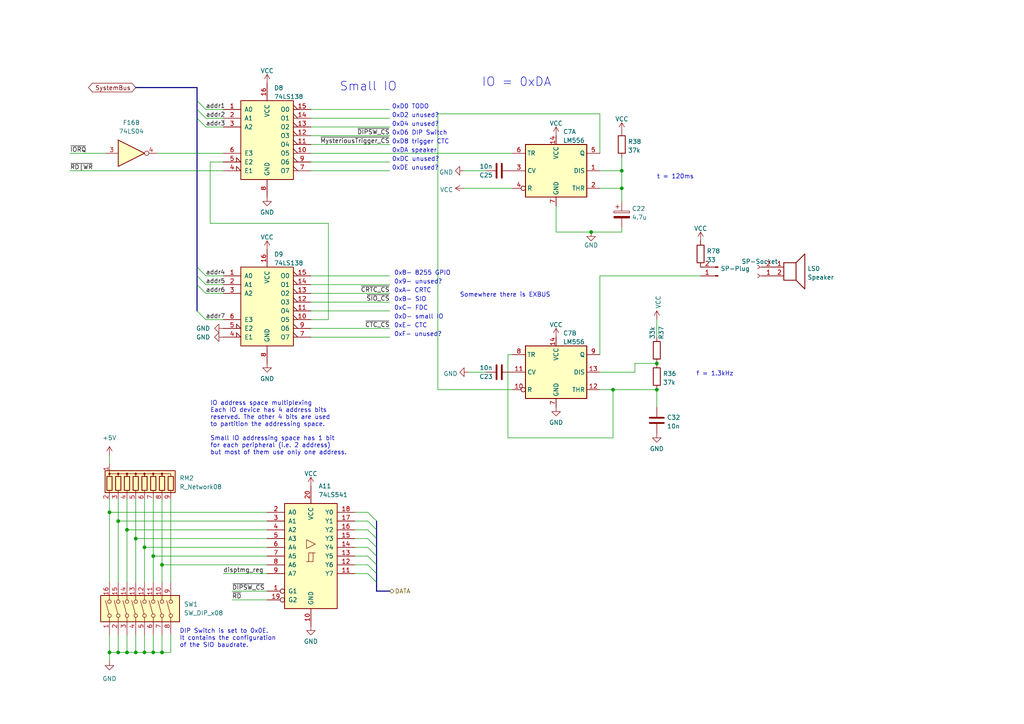
<source format=kicad_sch>
(kicad_sch (version 20230121) (generator eeschema)
  (paper "A4")
  (lib_symbols
    (symbol "74xx:74LS04"
      (property "Reference" "U" (at 0 1.27 0))
      (property "Value" "74LS04" (at 0 -1.27 0))
      (symbol "74LS04_1_0"
        (polyline (pts (xy -3.81 3.81) (xy -3.81 -3.81) (xy 3.81 0) (xy -3.81 3.81)) (stroke (width 0.254)) (fill (type background)))
        (pin input line (at -7.62 0 0) (length 3.81) (name "~") (number "1"))
        (pin output inverted (at 7.62 0 180) (length 3.81) (name "~") (number "2"))
      )
      (symbol "74LS04_2_0"
        (polyline (pts (xy -3.81 3.81) (xy -3.81 -3.81) (xy 3.81 0) (xy -3.81 3.81)) (stroke (width 0.254)) (fill (type background)))
        (pin input line (at -7.62 0 0) (length 3.81) (name "~") (number "3"))
        (pin output inverted (at 7.62 0 180) (length 3.81) (name "~") (number "4"))
      )
      (symbol "74LS04_3_0"
        (polyline (pts (xy -3.81 3.81) (xy -3.81 -3.81) (xy 3.81 0) (xy -3.81 3.81)) (stroke (width 0.254)) (fill (type background)))
        (pin input line (at -7.62 0 0) (length 3.81) (name "~") (number "5"))
        (pin output inverted (at 7.62 0 180) (length 3.81) (name "~") (number "6"))
      )
      (symbol "74LS04_4_0"
        (polyline (pts (xy -3.81 3.81) (xy -3.81 -3.81) (xy 3.81 0) (xy -3.81 3.81)) (stroke (width 0.254)) (fill (type background)))
        (pin output inverted (at 7.62 0 180) (length 3.81) (name "~") (number "8"))
        (pin input line (at -7.62 0 0) (length 3.81) (name "~") (number "9"))
      )
      (symbol "74LS04_5_0"
        (polyline (pts (xy -3.81 3.81) (xy -3.81 -3.81) (xy 3.81 0) (xy -3.81 3.81)) (stroke (width 0.254)) (fill (type background)))
        (pin output inverted (at 7.62 0 180) (length 3.81) (name "~") (number "10"))
        (pin input line (at -7.62 0 0) (length 3.81) (name "~") (number "11"))
      )
      (symbol "74LS04_6_0"
        (polyline (pts (xy -3.81 3.81) (xy -3.81 -3.81) (xy 3.81 0) (xy -3.81 3.81)) (stroke (width 0.254)) (fill (type background)))
        (pin output inverted (at 7.62 0 180) (length 3.81) (name "~") (number "12"))
        (pin input line (at -7.62 0 0) (length 3.81) (name "~") (number "13"))
      )
      (symbol "74LS04_7_0"
        (pin power_in line (at 0 12.7 270) (length 5.08) (name "VCC") (number "14"))
        (pin power_in line (at 0 -12.7 90) (length 5.08) (name "GND") (number "7"))
      )
      (symbol "74LS04_7_1"
        (rectangle (start -5.08 7.62) (end 5.08 -7.62) (stroke (width 0.254)) (fill (type background)))
      )
    )
    (symbol "74xx:74LS138" (pin_names (offset 1.016))
      (property "Reference" "U" (at -7.62 11.43 0))
      (property "Value" "74LS138" (at -7.62 -13.97 0))
      (symbol "74LS138_1_0"
        (pin input line (at -12.7 7.62 0) (length 5.08) (name "A0") (number "1"))
        (pin output output_low (at 12.7 -5.08 180) (length 5.08) (name "O5") (number "10"))
        (pin output output_low (at 12.7 -2.54 180) (length 5.08) (name "O4") (number "11"))
        (pin output output_low (at 12.7 0 180) (length 5.08) (name "O3") (number "12"))
        (pin output output_low (at 12.7 2.54 180) (length 5.08) (name "O2") (number "13"))
        (pin output output_low (at 12.7 5.08 180) (length 5.08) (name "O1") (number "14"))
        (pin output output_low (at 12.7 7.62 180) (length 5.08) (name "O0") (number "15"))
        (pin power_in line (at 0 15.24 270) (length 5.08) (name "VCC") (number "16"))
        (pin input line (at -12.7 5.08 0) (length 5.08) (name "A1") (number "2"))
        (pin input line (at -12.7 2.54 0) (length 5.08) (name "A2") (number "3"))
        (pin input input_low (at -12.7 -10.16 0) (length 5.08) (name "E1") (number "4"))
        (pin input input_low (at -12.7 -7.62 0) (length 5.08) (name "E2") (number "5"))
        (pin input line (at -12.7 -5.08 0) (length 5.08) (name "E3") (number "6"))
        (pin output output_low (at 12.7 -10.16 180) (length 5.08) (name "O7") (number "7"))
        (pin power_in line (at 0 -17.78 90) (length 5.08) (name "GND") (number "8"))
        (pin output output_low (at 12.7 -7.62 180) (length 5.08) (name "O6") (number "9"))
      )
      (symbol "74LS138_1_1"
        (rectangle (start -7.62 10.16) (end 7.62 -12.7) (stroke (width 0.254)) (fill (type background)))
      )
    )
    (symbol "74xx:74LS541" (pin_names (offset 1.016))
      (property "Reference" "U" (at -7.62 16.51 0))
      (property "Value" "74LS541" (at -7.62 -16.51 0))
      (symbol "74LS541_1_0"
        (polyline (pts (xy -0.635 -1.6002) (xy -0.635 0.9398) (xy 0.635 0.9398)))
        (polyline (pts (xy -1.27 -1.6002) (xy 0.635 -1.6002) (xy 0.635 0.9398) (xy 1.27 0.9398)))
        (polyline (pts (xy 1.27 3.4798) (xy -1.27 4.7498) (xy -1.27 2.2098) (xy 1.27 3.4798)) (stroke (width 0.1524)))
        (pin input inverted (at -12.7 -10.16 0) (length 5.08) (name "G1") (number "1"))
        (pin power_in line (at 0 -20.32 90) (length 5.08) (name "GND") (number "10"))
        (pin tri_state line (at 12.7 -5.08 180) (length 5.08) (name "Y7") (number "11"))
        (pin tri_state line (at 12.7 -2.54 180) (length 5.08) (name "Y6") (number "12"))
        (pin tri_state line (at 12.7 0 180) (length 5.08) (name "Y5") (number "13"))
        (pin tri_state line (at 12.7 2.54 180) (length 5.08) (name "Y4") (number "14"))
        (pin tri_state line (at 12.7 5.08 180) (length 5.08) (name "Y3") (number "15"))
        (pin tri_state line (at 12.7 7.62 180) (length 5.08) (name "Y2") (number "16"))
        (pin tri_state line (at 12.7 10.16 180) (length 5.08) (name "Y1") (number "17"))
        (pin tri_state line (at 12.7 12.7 180) (length 5.08) (name "Y0") (number "18"))
        (pin input inverted (at -12.7 -12.7 0) (length 5.08) (name "G2") (number "19"))
        (pin input line (at -12.7 12.7 0) (length 5.08) (name "A0") (number "2"))
        (pin power_in line (at 0 20.32 270) (length 5.08) (name "VCC") (number "20"))
        (pin input line (at -12.7 10.16 0) (length 5.08) (name "A1") (number "3"))
        (pin input line (at -12.7 7.62 0) (length 5.08) (name "A2") (number "4"))
        (pin input line (at -12.7 5.08 0) (length 5.08) (name "A3") (number "5"))
        (pin input line (at -12.7 2.54 0) (length 5.08) (name "A4") (number "6"))
        (pin input line (at -12.7 0 0) (length 5.08) (name "A5") (number "7"))
        (pin input line (at -12.7 -2.54 0) (length 5.08) (name "A6") (number "8"))
        (pin input line (at -12.7 -5.08 0) (length 5.08) (name "A7") (number "9"))
      )
      (symbol "74LS541_1_1"
        (rectangle (start -7.62 15.24) (end 7.62 -15.24) (stroke (width 0.254)) (fill (type background)))
      )
    )
    (symbol "Connector:Conn_01x02_Female" (pin_names (offset 1.016) hide)
      (property "Reference" "J" (at 0 2.54 0))
      (property "Value" "Conn_01x02_Female" (at 0 -5.08 0))
      (symbol "Conn_01x02_Female_1_1"
        (arc (start 0 -2.032) (mid -0.5058 -2.54) (end 0 -3.048) (stroke (width 0.1524)))
        (polyline (pts (xy -1.27 -2.54) (xy -0.508 -2.54)) (stroke (width 0.1524)))
        (polyline (pts (xy -1.27 0) (xy -0.508 0)) (stroke (width 0.1524)))
        (arc (start 0 0.508) (mid -0.5058 0) (end 0 -0.508) (stroke (width 0.1524)))
        (pin passive line (at -5.08 0 0) (length 3.81) (name "Pin_1") (number "1"))
        (pin passive line (at -5.08 -2.54 0) (length 3.81) (name "Pin_2") (number "2"))
      )
    )
    (symbol "Connector:Conn_01x02_Male" (pin_names (offset 1.016) hide)
      (property "Reference" "J" (at 0 2.54 0))
      (property "Value" "Conn_01x02_Male" (at 0 -5.08 0))
      (symbol "Conn_01x02_Male_1_1"
        (polyline (pts (xy 1.27 -2.54) (xy 0.8636 -2.54)) (stroke (width 0.1524)))
        (polyline (pts (xy 1.27 0) (xy 0.8636 0)) (stroke (width 0.1524)))
        (rectangle (start 0.8636 -2.413) (end 0 -2.667) (stroke (width 0.1524)) (fill (type outline)))
        (rectangle (start 0.8636 0.127) (end 0 -0.127) (stroke (width 0.1524)) (fill (type outline)))
        (pin passive line (at 5.08 0 180) (length 3.81) (name "Pin_1") (number "1"))
        (pin passive line (at 5.08 -2.54 180) (length 3.81) (name "Pin_2") (number "2"))
      )
    )
    (symbol "Device:C" (pin_numbers hide) (pin_names (offset 0.254))
      (property "Reference" "C" (at 0.635 2.54 0))
      (property "Value" "C" (at 0.635 -2.54 0))
      (symbol "C_0_1"
        (polyline (pts (xy -2.032 -0.762) (xy 2.032 -0.762)) (stroke (width 0.508)))
        (polyline (pts (xy -2.032 0.762) (xy 2.032 0.762)) (stroke (width 0.508)))
      )
      (symbol "C_1_1"
        (pin passive line (at 0 3.81 270) (length 2.794) (name "~") (number "1"))
        (pin passive line (at 0 -3.81 90) (length 2.794) (name "~") (number "2"))
      )
    )
    (symbol "Device:C_Polarized" (pin_numbers hide) (pin_names (offset 0.254))
      (property "Reference" "C" (at 0.635 2.54 0))
      (property "Value" "C_Polarized" (at 0.635 -2.54 0))
      (symbol "C_Polarized_0_1"
        (rectangle (start -2.286 0.508) (end 2.286 1.016))
        (polyline (pts (xy -1.778 2.286) (xy -0.762 2.286)))
        (polyline (pts (xy -1.27 2.794) (xy -1.27 1.778)))
        (rectangle (start 2.286 -0.508) (end -2.286 -1.016) (fill (type outline)))
      )
      (symbol "C_Polarized_1_1"
        (pin passive line (at 0 3.81 270) (length 2.794) (name "~") (number "1"))
        (pin passive line (at 0 -3.81 90) (length 2.794) (name "~") (number "2"))
      )
    )
    (symbol "Device:R" (pin_numbers hide) (pin_names (offset 0))
      (property "Reference" "R" (at 2.032 0 90))
      (property "Value" "R" (at 0 0 90))
      (symbol "R_0_1"
        (rectangle (start -1.016 -2.54) (end 1.016 2.54) (stroke (width 0.254)))
      )
      (symbol "R_1_1"
        (pin passive line (at 0 3.81 270) (length 1.27) (name "~") (number "1"))
        (pin passive line (at 0 -3.81 90) (length 1.27) (name "~") (number "2"))
      )
    )
    (symbol "Device:R_Network08" (pin_names (offset 0) hide)
      (property "Reference" "RN" (at -12.7 0 90))
      (property "Value" "R_Network08" (at 10.16 0 90))
      (symbol "R_Network08_0_1"
        (rectangle (start -11.43 -3.175) (end 8.89 3.175) (stroke (width 0.254)) (fill (type background)))
        (rectangle (start -10.922 1.524) (end -9.398 -2.54) (stroke (width 0.254)))
        (circle (center -10.16 2.286) (radius 0.254) (fill (type outline)))
        (rectangle (start -8.382 1.524) (end -6.858 -2.54) (stroke (width 0.254)))
        (circle (center -7.62 2.286) (radius 0.254) (fill (type outline)))
        (rectangle (start -5.842 1.524) (end -4.318 -2.54) (stroke (width 0.254)))
        (circle (center -5.08 2.286) (radius 0.254) (fill (type outline)))
        (rectangle (start -3.302 1.524) (end -1.778 -2.54) (stroke (width 0.254)))
        (circle (center -2.54 2.286) (radius 0.254) (fill (type outline)))
        (rectangle (start -0.762 1.524) (end 0.762 -2.54) (stroke (width 0.254)))
        (polyline (pts (xy -10.16 -2.54) (xy -10.16 -3.81)))
        (polyline (pts (xy -7.62 -2.54) (xy -7.62 -3.81)))
        (polyline (pts (xy -5.08 -2.54) (xy -5.08 -3.81)))
        (polyline (pts (xy -2.54 -2.54) (xy -2.54 -3.81)))
        (polyline (pts (xy 0 -2.54) (xy 0 -3.81)))
        (polyline (pts (xy 2.54 -2.54) (xy 2.54 -3.81)))
        (polyline (pts (xy 5.08 -2.54) (xy 5.08 -3.81)))
        (polyline (pts (xy 7.62 -2.54) (xy 7.62 -3.81)))
        (polyline (pts (xy -10.16 1.524) (xy -10.16 2.286) (xy -7.62 2.286) (xy -7.62 1.524)))
        (polyline (pts (xy -7.62 1.524) (xy -7.62 2.286) (xy -5.08 2.286) (xy -5.08 1.524)))
        (polyline (pts (xy -5.08 1.524) (xy -5.08 2.286) (xy -2.54 2.286) (xy -2.54 1.524)))
        (polyline (pts (xy -2.54 1.524) (xy -2.54 2.286) (xy 0 2.286) (xy 0 1.524)))
        (polyline (pts (xy 0 1.524) (xy 0 2.286) (xy 2.54 2.286) (xy 2.54 1.524)))
        (polyline (pts (xy 2.54 1.524) (xy 2.54 2.286) (xy 5.08 2.286) (xy 5.08 1.524)))
        (polyline (pts (xy 5.08 1.524) (xy 5.08 2.286) (xy 7.62 2.286) (xy 7.62 1.524)))
        (circle (center 0 2.286) (radius 0.254) (fill (type outline)))
        (rectangle (start 1.778 1.524) (end 3.302 -2.54) (stroke (width 0.254)))
        (circle (center 2.54 2.286) (radius 0.254) (fill (type outline)))
        (rectangle (start 4.318 1.524) (end 5.842 -2.54) (stroke (width 0.254)))
        (circle (center 5.08 2.286) (radius 0.254) (fill (type outline)))
        (rectangle (start 6.858 1.524) (end 8.382 -2.54) (stroke (width 0.254)))
      )
      (symbol "R_Network08_1_1"
        (pin passive line (at -10.16 5.08 270) (length 2.54) (name "common") (number "1"))
        (pin passive line (at -10.16 -5.08 90) (length 1.27) (name "R1") (number "2"))
        (pin passive line (at -7.62 -5.08 90) (length 1.27) (name "R2") (number "3"))
        (pin passive line (at -5.08 -5.08 90) (length 1.27) (name "R3") (number "4"))
        (pin passive line (at -2.54 -5.08 90) (length 1.27) (name "R4") (number "5"))
        (pin passive line (at 0 -5.08 90) (length 1.27) (name "R5") (number "6"))
        (pin passive line (at 2.54 -5.08 90) (length 1.27) (name "R6") (number "7"))
        (pin passive line (at 5.08 -5.08 90) (length 1.27) (name "R7") (number "8"))
        (pin passive line (at 7.62 -5.08 90) (length 1.27) (name "R8") (number "9"))
      )
    )
    (symbol "Device:Speaker" (pin_names (offset 0) hide)
      (property "Reference" "LS" (at 1.27 5.715 0))
      (property "Value" "Speaker" (at 1.27 3.81 0))
      (symbol "Speaker_0_0"
        (rectangle (start -2.54 1.27) (end 1.016 -3.81) (stroke (width 0.254)))
        (polyline (pts (xy 1.016 1.27) (xy 3.556 3.81) (xy 3.556 -6.35) (xy 1.016 -3.81)) (stroke (width 0.254)))
      )
      (symbol "Speaker_1_1"
        (pin input line (at -5.08 0 0) (length 2.54) (name "1") (number "1"))
        (pin input line (at -5.08 -2.54 0) (length 2.54) (name "2") (number "2"))
      )
    )
    (symbol "GND_1" (power) (pin_names (offset 0))
      (property "Value" "GND_1" (at 0 -3.81 0))
      (symbol "GND_1_0_1"
        (polyline (pts (xy 0 0) (xy 0 -1.27) (xy 1.27 -1.27) (xy 0 -2.54) (xy -1.27 -1.27) (xy 0 -1.27)))
      )
      (symbol "GND_1_1_1"
        (pin power_in line (at 0 0 270) (length 0) hide (name "GND") (number "1"))
      )
    )
    (symbol "Switch:SW_DIP_x08" (pin_names (offset 0) hide)
      (property "Reference" "SW" (at 0 13.97 0))
      (property "Value" "SW_DIP_x08" (at 0 -11.43 0))
      (symbol "SW_DIP_x08_0_0"
        (circle (center -2.032 -7.62) (radius 0.508))
        (circle (center -2.032 -5.08) (radius 0.508))
        (circle (center -2.032 -2.54) (radius 0.508))
        (circle (center -2.032 0) (radius 0.508))
        (circle (center -2.032 2.54) (radius 0.508))
        (circle (center -2.032 5.08) (radius 0.508))
        (circle (center -2.032 7.62) (radius 0.508))
        (circle (center -2.032 10.16) (radius 0.508))
        (polyline (pts (xy -1.524 -7.4676) (xy 2.3622 -6.4262)))
        (polyline (pts (xy -1.524 -4.9276) (xy 2.3622 -3.8862)))
        (polyline (pts (xy -1.524 -2.3876) (xy 2.3622 -1.3462)))
        (polyline (pts (xy -1.524 0.127) (xy 2.3622 1.1684)))
        (polyline (pts (xy -1.524 2.667) (xy 2.3622 3.7084)))
        (polyline (pts (xy -1.524 5.207) (xy 2.3622 6.2484)))
        (polyline (pts (xy -1.524 7.747) (xy 2.3622 8.7884)))
        (polyline (pts (xy -1.524 10.287) (xy 2.3622 11.3284)))
        (circle (center 2.032 -7.62) (radius 0.508))
        (circle (center 2.032 -5.08) (radius 0.508))
        (circle (center 2.032 -2.54) (radius 0.508))
        (circle (center 2.032 0) (radius 0.508))
        (circle (center 2.032 2.54) (radius 0.508))
        (circle (center 2.032 5.08) (radius 0.508))
        (circle (center 2.032 7.62) (radius 0.508))
        (circle (center 2.032 10.16) (radius 0.508))
      )
      (symbol "SW_DIP_x08_0_1"
        (rectangle (start -3.81 12.7) (end 3.81 -10.16) (stroke (width 0.254)) (fill (type background)))
      )
      (symbol "SW_DIP_x08_1_1"
        (pin passive line (at -7.62 10.16 0) (length 5.08) (name "~") (number "1"))
        (pin passive line (at 7.62 -5.08 180) (length 5.08) (name "~") (number "10"))
        (pin passive line (at 7.62 -2.54 180) (length 5.08) (name "~") (number "11"))
        (pin passive line (at 7.62 0 180) (length 5.08) (name "~") (number "12"))
        (pin passive line (at 7.62 2.54 180) (length 5.08) (name "~") (number "13"))
        (pin passive line (at 7.62 5.08 180) (length 5.08) (name "~") (number "14"))
        (pin passive line (at 7.62 7.62 180) (length 5.08) (name "~") (number "15"))
        (pin passive line (at 7.62 10.16 180) (length 5.08) (name "~") (number "16"))
        (pin passive line (at -7.62 7.62 0) (length 5.08) (name "~") (number "2"))
        (pin passive line (at -7.62 5.08 0) (length 5.08) (name "~") (number "3"))
        (pin passive line (at -7.62 2.54 0) (length 5.08) (name "~") (number "4"))
        (pin passive line (at -7.62 0 0) (length 5.08) (name "~") (number "5"))
        (pin passive line (at -7.62 -2.54 0) (length 5.08) (name "~") (number "6"))
        (pin passive line (at -7.62 -5.08 0) (length 5.08) (name "~") (number "7"))
        (pin passive line (at -7.62 -7.62 0) (length 5.08) (name "~") (number "8"))
        (pin passive line (at 7.62 -7.62 180) (length 5.08) (name "~") (number "9"))
      )
    )
    (symbol "Timer:LM556"
      (property "Reference" "U" (at -10.16 8.89 0))
      (property "Value" "LM556" (at -10.16 -8.89 0))
      (symbol "LM556_0_0"
        (pin power_in line (at 0 10.16 270) (length 2.54) (name "VCC") (number "14"))
        (pin power_in line (at 0 -10.16 90) (length 2.54) (name "GND") (number "7"))
      )
      (symbol "LM556_0_1"
        (rectangle (start -8.89 -7.62) (end 8.89 7.62) (stroke (width 0.254)) (fill (type background)))
        (rectangle (start -8.89 -7.62) (end 8.89 7.62) (stroke (width 0.254)) (fill (type background)))
      )
      (symbol "LM556_1_1"
        (pin input line (at 12.7 0 180) (length 3.81) (name "DIS") (number "1"))
        (pin input line (at 12.7 -5.08 180) (length 3.81) (name "THR") (number "2"))
        (pin input line (at -12.7 0 0) (length 3.81) (name "CV") (number "3"))
        (pin input inverted (at -12.7 -5.08 0) (length 3.81) (name "R") (number "4"))
        (pin output line (at 12.7 5.08 180) (length 3.81) (name "Q") (number "5"))
        (pin input line (at -12.7 5.08 0) (length 3.81) (name "TR") (number "6"))
      )
      (symbol "LM556_2_1"
        (pin input inverted (at -12.7 -5.08 0) (length 3.81) (name "R") (number "10"))
        (pin input line (at -12.7 0 0) (length 3.81) (name "CV") (number "11"))
        (pin input line (at 12.7 -5.08 180) (length 3.81) (name "THR") (number "12"))
        (pin input line (at 12.7 0 180) (length 3.81) (name "DIS") (number "13"))
        (pin input line (at -12.7 5.08 0) (length 3.81) (name "TR") (number "8"))
        (pin output line (at 12.7 5.08 180) (length 3.81) (name "Q") (number "9"))
      )
    )
    (symbol "power:+5V" (power) (pin_names (offset 0))
      (property "Value" "+5V" (at 0 3.556 0))
      (symbol "+5V_0_1"
        (polyline (pts (xy -0.762 1.27) (xy 0 2.54)))
        (polyline (pts (xy 0 0) (xy 0 2.54)))
        (polyline (pts (xy 0 2.54) (xy 0.762 1.27)))
      )
      (symbol "+5V_1_1"
        (pin power_in line (at 0 0 90) (length 0) hide (name "+5V") (number "1"))
      )
    )
    (symbol "power:GND" (power) (pin_names (offset 0))
      (property "Value" "GND" (at 0 -3.81 0))
      (symbol "GND_0_1"
        (polyline (pts (xy 0 0) (xy 0 -1.27) (xy 1.27 -1.27) (xy 0 -2.54) (xy -1.27 -1.27) (xy 0 -1.27)))
      )
      (symbol "GND_1_1"
        (pin power_in line (at 0 0 270) (length 0) hide (name "GND") (number "1"))
      )
    )
    (symbol "power:VCC" (power) (pin_names (offset 0))
      (property "Value" "VCC" (at 0 3.81 0))
      (symbol "VCC_0_1"
        (polyline (pts (xy -0.762 1.27) (xy 0 2.54)))
        (polyline (pts (xy 0 0) (xy 0 2.54)))
        (polyline (pts (xy 0 2.54) (xy 0.762 1.27)))
      )
      (symbol "VCC_1_1"
        (pin power_in line (at 0 0 90) (length 0) hide (name "VCC") (number "1"))
      )
    )
  )
  (junction (at 44.45 161.29))
  (junction (at 190.5 105.41))
  (junction (at 177.8 113.03))
  (junction (at 171.45 67.31))
  (junction (at 39.37 189.23))
  (junction (at 44.45 189.23))
  (junction (at 34.29 151.13))
  (junction (at 36.83 189.23))
  (junction (at 180.34 54.61))
  (junction (at 31.75 148.59))
  (junction (at 46.99 163.83))
  (junction (at 36.83 153.67))
  (junction (at 41.91 189.23))
  (junction (at 31.75 189.23))
  (junction (at 46.99 189.23))
  (junction (at 190.5 113.03))
  (junction (at 34.29 189.23))
  (junction (at 41.91 158.75))
  (junction (at 39.37 156.21))
  (junction (at 180.34 49.53))
  (bus_entry (at 106.68 151.13) (size 2.54 2.54))
  (bus_entry (at 106.68 163.83) (size 2.54 2.54))
  (bus_entry (at 57.15 80.01) (size 2.54 2.54))
  (bus_entry (at 57.15 77.47) (size 2.54 2.54))
  (bus_entry (at 57.15 82.55) (size 2.54 2.54))
  (bus_entry (at 106.68 153.67) (size 2.54 2.54))
  (bus_entry (at 106.68 166.37) (size 2.54 2.54))
  (bus_entry (at 106.68 156.21) (size 2.54 2.54))
  (bus_entry (at 106.68 148.59) (size 2.54 2.54))
  (bus_entry (at 106.68 161.29) (size 2.54 2.54))
  (bus_entry (at 57.15 29.21) (size 2.54 2.54))
  (bus_entry (at 57.15 31.75) (size 2.54 2.54))
  (bus_entry (at 57.15 34.29) (size 2.54 2.54))
  (bus_entry (at 106.68 158.75) (size 2.54 2.54))
  (bus_entry (at 57.15 90.17) (size 2.54 2.54))
  (wire (pts (xy 90.17 41.91) (xy 113.03 41.91)))
  (wire (pts (xy 95.25 92.71) (xy 95.25 64.77)))
  (wire (pts (xy 147.32 102.87) (xy 147.32 127)))
  (bus (pts (xy 57.15 29.21) (xy 57.15 31.75)))
  (wire (pts (xy 90.17 46.99) (xy 113.03 46.99)))
  (wire (pts (xy 90.17 31.75) (xy 113.03 31.75)))
  (bus (pts (xy 109.22 153.67) (xy 109.22 151.13)))
  (wire (pts (xy 34.29 189.23) (xy 31.75 189.23)))
  (wire (pts (xy 41.91 158.75) (xy 77.47 158.75)))
  (wire (pts (xy 148.59 113.03) (xy 127 113.03)))
  (wire (pts (xy 102.87 148.59) (xy 106.68 148.59)))
  (wire (pts (xy 184.15 107.95) (xy 173.99 107.95)))
  (wire (pts (xy 44.45 189.23) (xy 41.91 189.23)))
  (wire (pts (xy 134.62 49.53) (xy 140.97 49.53)))
  (bus (pts (xy 109.22 171.45) (xy 113.03 171.45)))
  (bus (pts (xy 57.15 82.55) (xy 57.15 90.17)))
  (wire (pts (xy 39.37 189.23) (xy 36.83 189.23)))
  (bus (pts (xy 109.22 158.75) (xy 109.22 156.21)))
  (wire (pts (xy 31.75 148.59) (xy 31.75 168.91)))
  (wire (pts (xy 90.17 49.53) (xy 113.03 49.53)))
  (wire (pts (xy 31.75 191.77) (xy 31.75 189.23)))
  (wire (pts (xy 184.15 107.95) (xy 184.15 105.41)))
  (wire (pts (xy 59.69 85.09) (xy 64.77 85.09)))
  (wire (pts (xy 161.29 67.31) (xy 161.29 59.69)))
  (wire (pts (xy 90.17 87.63) (xy 113.03 87.63)))
  (wire (pts (xy 90.17 95.25) (xy 113.03 95.25)))
  (wire (pts (xy 36.83 153.67) (xy 36.83 168.91)))
  (wire (pts (xy 44.45 161.29) (xy 77.47 161.29)))
  (wire (pts (xy 180.34 49.53) (xy 180.34 54.61)))
  (wire (pts (xy 60.96 46.99) (xy 60.96 64.77)))
  (wire (pts (xy 173.99 44.45) (xy 173.99 33.02)))
  (wire (pts (xy 20.32 44.45) (xy 30.48 44.45)))
  (wire (pts (xy 177.8 113.03) (xy 190.5 113.03)))
  (wire (pts (xy 31.75 184.15) (xy 31.75 189.23)))
  (wire (pts (xy 34.29 151.13) (xy 34.29 168.91)))
  (wire (pts (xy 59.69 80.01) (xy 64.77 80.01)))
  (bus (pts (xy 57.15 31.75) (xy 57.15 34.29)))
  (wire (pts (xy 102.87 163.83) (xy 106.68 163.83)))
  (bus (pts (xy 109.22 163.83) (xy 109.22 161.29)))
  (wire (pts (xy 180.34 54.61) (xy 180.34 58.42)))
  (wire (pts (xy 64.77 166.37) (xy 77.47 166.37)))
  (wire (pts (xy 49.53 189.23) (xy 46.99 189.23)))
  (wire (pts (xy 190.5 97.79) (xy 190.5 92.71)))
  (wire (pts (xy 180.34 67.31) (xy 180.34 66.04)))
  (wire (pts (xy 102.87 151.13) (xy 106.68 151.13)))
  (wire (pts (xy 36.83 184.15) (xy 36.83 189.23)))
  (wire (pts (xy 184.15 105.41) (xy 190.5 105.41)))
  (wire (pts (xy 39.37 156.21) (xy 77.47 156.21)))
  (wire (pts (xy 46.99 184.15) (xy 46.99 189.23)))
  (wire (pts (xy 46.99 163.83) (xy 77.47 163.83)))
  (wire (pts (xy 36.83 153.67) (xy 77.47 153.67)))
  (wire (pts (xy 31.75 148.59) (xy 77.47 148.59)))
  (wire (pts (xy 90.17 80.01) (xy 113.03 80.01)))
  (wire (pts (xy 59.69 34.29) (xy 64.77 34.29)))
  (wire (pts (xy 46.99 144.78) (xy 46.99 163.83)))
  (wire (pts (xy 102.87 156.21) (xy 106.68 156.21)))
  (bus (pts (xy 109.22 161.29) (xy 109.22 158.75)))
  (wire (pts (xy 148.59 102.87) (xy 147.32 102.87)))
  (wire (pts (xy 173.99 80.01) (xy 203.2 80.01)))
  (bus (pts (xy 57.15 25.4) (xy 57.15 29.21)))
  (wire (pts (xy 46.99 189.23) (xy 44.45 189.23)))
  (wire (pts (xy 173.99 33.02) (xy 127 33.02)))
  (wire (pts (xy 67.31 171.45) (xy 77.47 171.45)))
  (wire (pts (xy 44.45 184.15) (xy 44.45 189.23)))
  (bus (pts (xy 57.15 34.29) (xy 57.15 77.47)))
  (wire (pts (xy 34.29 144.78) (xy 34.29 151.13)))
  (wire (pts (xy 44.45 161.29) (xy 44.45 168.91)))
  (wire (pts (xy 41.91 184.15) (xy 41.91 189.23)))
  (wire (pts (xy 36.83 189.23) (xy 34.29 189.23)))
  (wire (pts (xy 102.87 153.67) (xy 106.68 153.67)))
  (wire (pts (xy 39.37 144.78) (xy 39.37 156.21)))
  (wire (pts (xy 41.91 189.23) (xy 39.37 189.23)))
  (wire (pts (xy 180.34 45.72) (xy 180.34 49.53)))
  (wire (pts (xy 44.45 144.78) (xy 44.45 161.29)))
  (bus (pts (xy 109.22 168.91) (xy 109.22 166.37)))
  (wire (pts (xy 180.34 49.53) (xy 173.99 49.53)))
  (wire (pts (xy 59.69 82.55) (xy 64.77 82.55)))
  (bus (pts (xy 57.15 77.47) (xy 57.15 80.01)))
  (wire (pts (xy 41.91 158.75) (xy 41.91 168.91)))
  (wire (pts (xy 39.37 156.21) (xy 39.37 168.91)))
  (wire (pts (xy 127 33.02) (xy 127 113.03)))
  (wire (pts (xy 102.87 158.75) (xy 106.68 158.75)))
  (wire (pts (xy 147.32 127) (xy 177.8 127)))
  (wire (pts (xy 59.69 31.75) (xy 64.77 31.75)))
  (wire (pts (xy 31.75 132.08) (xy 31.75 134.62)))
  (wire (pts (xy 171.45 67.31) (xy 180.34 67.31)))
  (bus (pts (xy 39.37 25.4) (xy 57.15 25.4)))
  (wire (pts (xy 67.31 173.99) (xy 77.47 173.99)))
  (wire (pts (xy 45.72 44.45) (xy 64.77 44.45)))
  (wire (pts (xy 90.17 44.45) (xy 148.59 44.45)))
  (wire (pts (xy 59.69 36.83) (xy 64.77 36.83)))
  (wire (pts (xy 49.53 184.15) (xy 49.53 189.23)))
  (wire (pts (xy 177.8 113.03) (xy 173.99 113.03)))
  (wire (pts (xy 39.37 184.15) (xy 39.37 189.23)))
  (wire (pts (xy 90.17 82.55) (xy 113.03 82.55)))
  (bus (pts (xy 109.22 166.37) (xy 109.22 163.83)))
  (bus (pts (xy 109.22 171.45) (xy 109.22 168.91)))
  (wire (pts (xy 90.17 90.17) (xy 113.03 90.17)))
  (wire (pts (xy 90.17 34.29) (xy 113.03 34.29)))
  (wire (pts (xy 20.32 49.53) (xy 64.77 49.53)))
  (wire (pts (xy 95.25 64.77) (xy 60.96 64.77)))
  (wire (pts (xy 49.53 144.78) (xy 49.53 168.91)))
  (wire (pts (xy 41.91 144.78) (xy 41.91 158.75)))
  (wire (pts (xy 59.69 92.71) (xy 64.77 92.71)))
  (wire (pts (xy 177.8 127) (xy 177.8 113.03)))
  (wire (pts (xy 102.87 166.37) (xy 106.68 166.37)))
  (wire (pts (xy 180.34 54.61) (xy 173.99 54.61)))
  (wire (pts (xy 90.17 92.71) (xy 95.25 92.71)))
  (wire (pts (xy 135.89 107.95) (xy 140.97 107.95)))
  (wire (pts (xy 90.17 39.37) (xy 113.03 39.37)))
  (wire (pts (xy 90.17 36.83) (xy 113.03 36.83)))
  (wire (pts (xy 102.87 161.29) (xy 106.68 161.29)))
  (wire (pts (xy 34.29 151.13) (xy 77.47 151.13)))
  (wire (pts (xy 31.75 144.78) (xy 31.75 148.59)))
  (wire (pts (xy 36.83 144.78) (xy 36.83 153.67)))
  (wire (pts (xy 46.99 163.83) (xy 46.99 168.91)))
  (wire (pts (xy 34.29 184.15) (xy 34.29 189.23)))
  (wire (pts (xy 190.5 113.03) (xy 190.5 118.11)))
  (wire (pts (xy 134.62 54.61) (xy 148.59 54.61)))
  (wire (pts (xy 90.17 97.79) (xy 113.03 97.79)))
  (bus (pts (xy 109.22 156.21) (xy 109.22 153.67)))
  (bus (pts (xy 57.15 80.01) (xy 57.15 82.55)))
  (wire (pts (xy 90.17 85.09) (xy 113.03 85.09)))
  (wire (pts (xy 64.77 46.99) (xy 60.96 46.99)))
  (wire (pts (xy 173.99 80.01) (xy 173.99 102.87)))
  (wire (pts (xy 161.29 67.31) (xy 171.45 67.31)))
  (text "Somewhere there is EXBUS" (at 133.35 86.36 0) (effects (font (size 1.27 1.27)) (justify left bottom)))
  (text "0xDC unused?" (at 113.665 46.99 0) (effects (font (size 1.27 1.27)) (justify left bottom)))
  (text "IO address space multiplexing\nEach IO device has 4 address bits\nreserved. The other 4 bits are used\nto partition the addressing space.\n\nSmall IO addressing space has 1 bit\nfor each peripheral (i.e. 2 address)\nbut most of them use only one address." (at 60.96 132.08 0) (effects (font (size 1.27 1.27)) (justify left bottom)))
  (text "DIP Switch is set to 0x0E.\nIt contains the configuration\nof the SIO baudrate." (at 52.07 187.96 0) (effects (font (size 1.27 1.27)) (justify left bottom)))
  (text "0xD- small IO" (at 114.3 92.71 0) (effects (font (size 1.27 1.27)) (justify left bottom)))
  (text "0xD6 DIP Switch" (at 113.665 39.37 0) (effects (font (size 1.27 1.27)) (justify left bottom)))
  (text "f = 1.3kHz" (at 201.93 109.22 0) (effects (font (size 1.27 1.27)) (justify left bottom)))
  (text "0xDA speaker" (at 113.665 44.45 0) (effects (font (size 1.27 1.27)) (justify left bottom)))
  (text "t = 120ms" (at 190.5 52.07 0) (effects (font (size 1.27 1.27)) (justify left bottom)))
  (text "0x9- unused?" (at 114.3 82.55 0) (effects (font (size 1.27 1.27)) (justify left bottom)))
  (text "0xF- unused?" (at 114.3 97.79 0) (effects (font (size 1.27 1.27)) (justify left bottom)))
  (text "0xE- CTC" (at 114.3 95.25 0) (effects (font (size 1.27 1.27)) (justify left bottom)))
  (text "0xA- CRTC" (at 114.3 85.09 0) (effects (font (size 1.27 1.27)) (justify left bottom)))
  (text "IO = 0xDA" (at 139.7 25.4 0) (effects (font (size 2.54 2.54)) (justify left bottom)))
  (text "0xDE unused?" (at 113.665 49.53 0) (effects (font (size 1.27 1.27)) (justify left bottom)))
  (text "0xD2 unused?" (at 113.665 34.29 0) (effects (font (size 1.27 1.27)) (justify left bottom)))
  (text "0xD8 trigger CTC" (at 113.665 41.91 0) (effects (font (size 1.27 1.27)) (justify left bottom)))
  (text "0xD0 TODO" (at 113.665 31.75 0) (effects (font (size 1.27 1.27)) (justify left bottom)))
  (text "0xD4 unused?" (at 113.665 36.83 0) (effects (font (size 1.27 1.27)) (justify left bottom)))
  (text "Small IO" (at 98.425 26.67 0) (effects (font (size 2.54 2.54)) (justify left bottom)))
  (text "0x8- 8255 GPIO" (at 114.3 80.01 0) (effects (font (size 1.27 1.27)) (justify left bottom)))
  (text "0xC- FDC" (at 114.3 90.17 0) (effects (font (size 1.27 1.27)) (justify left bottom)))
  (text "0xB- SIO" (at 114.3 87.63 0) (effects (font (size 1.27 1.27)) (justify left bottom)))
  (label "addr5" (at 59.69 82.55 0))
  (label "~{CTC_CS}" (at 113.03 95.25 180))
  (label "~{RD}" (at 67.31 173.99 0))
  (label "addr2" (at 59.69 34.29 0))
  (label "~{MysteriousTrigger_CS}" (at 113.03 41.91 180))
  (label "addr7" (at 59.69 92.71 0))
  (label "~{DIPSW_CS}" (at 67.31 171.45 0))
  (label "addr4" (at 59.69 80.01 0))
  (label "addr1" (at 59.69 31.75 0))
  (label "addr6" (at 59.69 85.09 0))
  (label "~{RD|WR}" (at 20.32 49.53 0))
  (label "~{CRTC_CS}" (at 113.03 85.09 180))
  (label "addr3" (at 59.69 36.83 0))
  (label "~{IORQ}" (at 20.32 44.45 0))
  (label "~{SIO_CS}" (at 113.03 87.63 180))
  (label "disptmg_reg" (at 64.77 166.37 0))
  (label "~{DIPSW_CS}" (at 113.03 39.37 180))
  (global_label "SystemBus" (shape bidirectional) (at 39.37 25.4 180) (property "Intersheetrefs" "${INTERSHEET_REFS}" (effects hide)) (property "Riferimenti inter-foglio" "${INTERSHEET_REFS}" (effects hide)))
  (hierarchical_label "DATA" (shape bidirectional) (at 113.03 171.45 0))
  (symbol (lib_id "power:GND") (at 134.62 49.53 270) (unit 1)
    (property "Reference" "#PWR?" (effects hide))
    (property "Value" "GND" (at 131.4451 49.9638 90) (effects (justify right)))
  )
  (symbol (lib_id "Device:R") (at 190.5 109.22 0) (unit 1)
    (property "Reference" "R36" (at 192.278 108.3853 0) (effects (justify left)))
    (property "Value" "37k" (at 192.278 110.9222 0) (effects (justify left)))
  )
  (symbol (lib_id "Device:R") (at 190.5 101.6 180) (unit 1)
    (property "Reference" "R37" (at 191.77 96.52 90))
    (property "Value" "33k" (at 189.23 96.52 90))
  )
  (symbol (lib_id "power:VCC") (at 161.29 39.37 0) (unit 1)
    (property "Reference" "#PWR?" (effects hide))
    (property "Value" "VCC" (at 161.29 35.7942 0))
  )
  (symbol (lib_id "Device:R") (at 203.2 73.66 0) (unit 1)
    (property "Reference" "R78" (at 204.978 72.8253 0) (effects (justify left)))
    (property "Value" "33" (at 204.978 75.3622 0) (effects (justify left)))
  )
  (symbol (lib_id "74xx:74LS138") (at 77.47 39.37 0) (unit 1)
    (property "Reference" "D8" (at 79.4894 25.5102 0) (effects (justify left)))
    (property "Value" "74LS138" (at 79.4894 28.0471 0) (effects (justify left)))
    (property "Datasheet" "http://www.ti.com/lit/gpn/sn74LS138" (effects hide))
  )
  (symbol (lib_id "power:GND") (at 77.47 57.15 0) (unit 1)
    (property "Reference" "#PWR?" (effects hide))
    (property "Value" "GND" (at 77.47 61.5934 0))
  )
  (symbol (lib_id "power:VCC") (at 77.47 24.13 0) (unit 1)
    (property "Reference" "#PWR?" (effects hide))
    (property "Value" "VCC" (at 77.47 20.5542 0))
  )
  (symbol (lib_id "Device:R") (at 180.34 41.91 0) (unit 1)
    (property "Reference" "R38" (at 182.118 41.0753 0) (effects (justify left)))
    (property "Value" "37k" (at 182.118 43.6122 0) (effects (justify left)))
  )
  (symbol (lib_id "74xx:74LS138") (at 77.47 87.63 0) (unit 1)
    (property "Reference" "D9" (at 79.4894 73.7702 0) (effects (justify left)))
    (property "Value" "74LS138" (at 79.4894 76.3071 0) (effects (justify left)))
    (property "Datasheet" "http://www.ti.com/lit/gpn/sn74LS138" (effects hide))
  )
  (symbol (lib_id "74xx:74LS541") (at 90.17 161.29 0) (unit 1)
    (property "Reference" "A11" (at 92.3641 140.97 0) (effects (justify left)))
    (property "Value" "74LS541" (at 92.3641 143.51 0) (effects (justify left)))
    (property "Datasheet" "http://www.ti.com/lit/gpn/sn74LS541" (effects hide))
  )
  (symbol (lib_id "power:+5V") (at 31.75 132.08 0) (unit 1)
    (property "Reference" "#PWR065" (effects hide))
    (property "Value" "+5V" (at 31.75 127 0))
  )
  (symbol (lib_name "GND_1") (lib_id "power:GND") (at 31.75 191.77 0) (unit 1)
    (property "Reference" "#PWR064" (effects hide))
    (property "Value" "GND" (at 31.75 196.85 0))
  )
  (symbol (lib_id "power:VCC") (at 77.47 72.39 0) (unit 1)
    (property "Reference" "#PWR?" (effects hide))
    (property "Value" "VCC" (at 77.47 68.8142 0))
  )
  (symbol (lib_id "Device:C") (at 190.5 121.92 0) (unit 1)
    (property "Reference" "C32" (at 193.421 121.0853 0) (effects (justify left)))
    (property "Value" "10n" (at 193.421 123.6222 0) (effects (justify left)))
  )
  (symbol (lib_id "Connector:Conn_01x02_Male") (at 208.28 80.01 180) (unit 1)
    (property "Reference" "SP-Plug" (at 208.9912 77.9053 0) (effects (justify right)))
    (property "Value" " " (at 208.9912 80.4422 0) (effects (justify right)))
  )
  (symbol (lib_id "power:GND") (at 77.47 105.41 0) (unit 1)
    (property "Reference" "#PWR?" (effects hide))
    (property "Value" "GND" (at 77.47 109.8534 0))
  )
  (symbol (lib_id "power:GND") (at 90.17 181.61 0) (unit 1)
    (property "Reference" "#PWR067" (effects hide))
    (property "Value" "GND" (at 90.17 186.0534 0))
  )
  (symbol (lib_id "power:GND") (at 171.45 67.31 0) (unit 1)
    (property "Reference" "#PWR?" (effects hide))
    (property "Value" "GND" (at 171.45 71.12 0))
  )
  (symbol (lib_id "power:VCC") (at 90.17 140.97 0) (unit 1)
    (property "Reference" "#PWR066" (effects hide))
    (property "Value" "VCC" (at 90.17 137.3942 0))
  )
  (symbol (lib_id "power:GND") (at 161.29 118.11 0) (unit 1)
    (property "Reference" "#PWR?" (effects hide))
    (property "Value" "GND" (at 161.29 122.5534 0))
  )
  (symbol (lib_id "Device:C_Polarized") (at 180.34 62.23 0) (unit 1)
    (property "Reference" "C22" (at 183.261 60.5063 0) (effects (justify left)))
    (property "Value" "4.7u" (at 183.261 63.0432 0) (effects (justify left)))
  )
  (symbol (lib_id "power:VCC") (at 161.29 97.79 0) (unit 1)
    (property "Reference" "#PWR?" (effects hide))
    (property "Value" "VCC" (at 161.29 94.2142 0))
  )
  (symbol (lib_id "power:VCC") (at 134.62 54.61 90) (unit 1)
    (property "Reference" "#PWR?" (effects hide))
    (property "Value" "VCC" (at 131.445 55.0438 90) (effects (justify left)))
  )
  (symbol (lib_id "power:VCC") (at 180.34 38.1 0) (unit 1)
    (property "Reference" "#PWR?" (effects hide))
    (property "Value" "VCC" (at 180.34 34.5242 0))
  )
  (symbol (lib_id "Device:C") (at 144.78 107.95 90) (unit 1)
    (property "Reference" "C23" (at 140.97 109.22 90))
    (property "Value" "10n" (at 140.97 106.68 90))
  )
  (symbol (lib_id "74xx:74LS04") (at 38.1 44.45 0) (unit 2)
    (property "Reference" "F16" (at 38.1 35.56 0))
    (property "Value" "74LS04" (at 38.1 38.1 0))
    (property "Datasheet" "http://www.ti.com/lit/gpn/sn74LS04" (effects hide))
  )
  (symbol (lib_id "Switch:SW_DIP_x08") (at 41.91 176.53 90) (unit 1)
    (property "Reference" "SW1" (at 53.34 175.26 90) (effects (justify right)))
    (property "Value" "SW_DIP_x08" (at 53.34 177.8 90) (effects (justify right)))
  )
  (symbol (lib_id "power:GND") (at 135.89 107.95 270) (unit 1)
    (property "Reference" "#PWR?" (effects hide))
    (property "Value" "GND" (at 132.7151 108.3838 90) (effects (justify right)))
  )
  (symbol (lib_id "power:VCC") (at 190.5 92.71 0) (unit 1)
    (property "Reference" "#PWR?" (effects hide))
    (property "Value" "VCC" (at 190.9338 89.535 90) (effects (justify left)))
  )
  (symbol (lib_id "Timer:LM556") (at 161.29 49.53 0) (unit 1)
    (property "Reference" "C7" (at 163.3094 38.2102 0) (effects (justify left)))
    (property "Value" "LM556" (at 163.3094 40.7471 0) (effects (justify left)))
    (property "Datasheet" "http://www.ti.com/lit/ds/symlink/lm556.pdf" (effects hide))
  )
  (symbol (lib_id "power:GND") (at 64.77 95.25 270) (unit 1)
    (property "Reference" "#PWR062" (effects hide))
    (property "Value" "GND" (at 60.96 95.25 90) (effects (justify right)))
  )
  (symbol (lib_id "power:GND") (at 190.5 125.73 0) (unit 1)
    (property "Reference" "#PWR?" (effects hide))
    (property "Value" "GND" (at 190.5 130.1734 0))
  )
  (symbol (lib_id "Device:Speaker") (at 229.87 77.47 0) (unit 1)
    (property "Reference" "LS0" (at 234.188 77.9053 0) (effects (justify left)))
    (property "Value" "Speaker" (at 234.188 80.4422 0) (effects (justify left)))
  )
  (symbol (lib_id "Device:C") (at 144.78 49.53 90) (unit 1)
    (property "Reference" "C25" (at 140.97 50.8 90))
    (property "Value" "10n" (at 140.97 48.26 90))
  )
  (symbol (lib_id "Connector:Conn_01x02_Female") (at 219.71 80.01 180) (unit 1)
    (property "Reference" "SP-Socket" (at 220.345 75.85 0))
    (property "Value" "SpeakerConnector" (effects hide))
  )
  (symbol (lib_id "power:GND") (at 64.77 97.79 270) (unit 1)
    (property "Reference" "#PWR063" (effects hide))
    (property "Value" "GND" (at 60.96 97.79 90) (effects (justify right)))
  )
  (symbol (lib_id "Timer:LM556") (at 161.29 107.95 0) (unit 2)
    (property "Reference" "C7" (at 163.3094 96.6302 0) (effects (justify left)))
    (property "Value" "LM556" (at 163.3094 99.1671 0) (effects (justify left)))
    (property "Datasheet" "http://www.ti.com/lit/ds/symlink/lm556.pdf" (effects hide))
  )
  (symbol (lib_id "power:VCC") (at 203.2 69.85 0) (unit 1)
    (property "Reference" "#PWR?" (effects hide))
    (property "Value" "VCC" (at 203.2 66.2742 0))
  )
  (symbol (lib_id "Device:R_Network08") (at 41.91 139.7 0) (unit 1)
    (property "Reference" "RM2" (at 52.07 138.684 0) (effects (justify left)))
    (property "Value" "R_Network08" (at 52.07 141.224 0) (effects (justify left)))
    (property "Footprint" "Resistor_THT:R_Array_SIP9" (effects hide))
    (property "Datasheet" "http://www.vishay.com/docs/31509/csc.pdf" (effects hide))
  )
)
</source>
